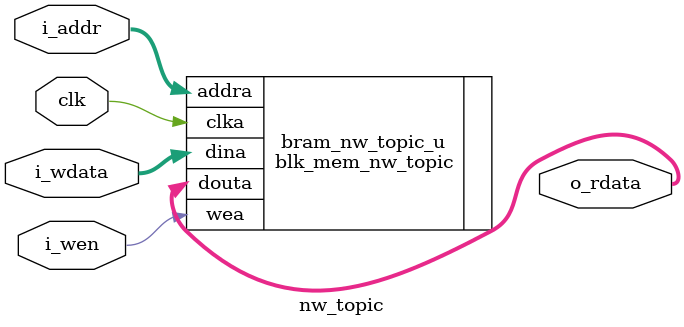
<source format=v>

module nw_topic
#(
    parameter   WORDSIZE=32,
                ADDRSIZE=32
)
(
    input                   clk,
    input                   i_wen,
    input  [ADDRSIZE-1:0]   i_addr,
    input  [WORDSIZE-1:0]   i_wdata,
    output [WORDSIZE-1:0]   o_rdata
);

    blk_mem_nw_topic bram_nw_topic_u (
        .clka   (clk),
        .wea    (i_wen),
        .addra  (i_addr),
        .dina   (i_wdata),
        .douta  (o_rdata)
    );

endmodule

</source>
